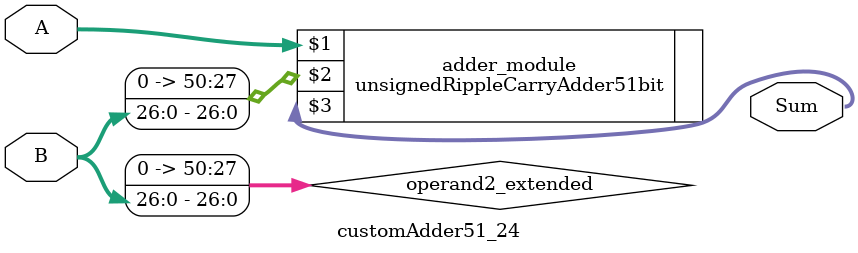
<source format=v>
module customAdder51_24(
                        input [50 : 0] A,
                        input [26 : 0] B,
                        
                        output [51 : 0] Sum
                );

        wire [50 : 0] operand2_extended;
        
        assign operand2_extended =  {24'b0, B};
        
        unsignedRippleCarryAdder51bit adder_module(
            A,
            operand2_extended,
            Sum
        );
        
        endmodule
        
</source>
